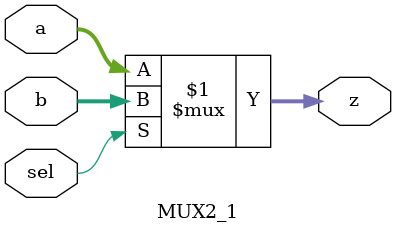
<source format=sv>
module MUX2_1(a, b, sel, z);
    input [15:0] a, b;
    input sel;
    output[15:0] z;
    
    assign z = sel ? b : a;
endmodule
</source>
